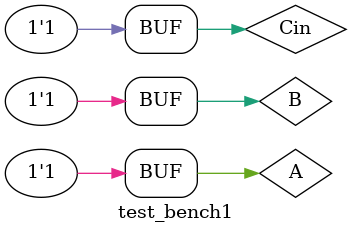
<source format=v>
module test_bench1();
reg A,B,Cin;
wire sum,Cout;
FA td(Cout,sum,A,B,Cin);
initial
begin
#10 A=0;B=0;Cin=0;
#10 A=0;B=0;Cin=1;
#10 A=0;B=1;Cin=0;
#10 A=0;B=1;Cin=1;
#10 A=1;B=0;Cin=0;
#10 A=1;B=0;Cin=1;
#10 A=1;B=1;Cin=0;
#10 A=1;B=1;Cin=1;
end
initial
begin
$display("A,B,Cin,sum,Cout");
$monitor("%b,%b,%b,%b,%b ",A,B,Cin,sum,Cout);
end
endmodule 
 
</source>
